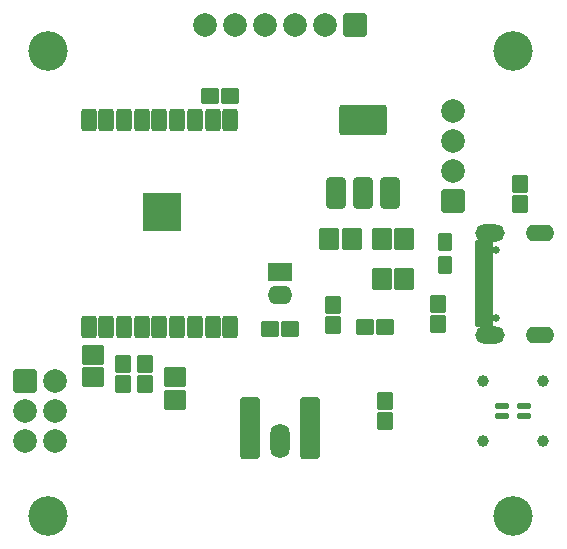
<source format=gts>
G04 #@! TF.GenerationSoftware,KiCad,Pcbnew,6.0.7-f9a2dced07~116~ubuntu20.04.1*
G04 #@! TF.CreationDate,2022-08-17T23:21:15-04:00*
G04 #@! TF.ProjectId,mmwave,6d6d7761-7665-42e6-9b69-6361645f7063,B*
G04 #@! TF.SameCoordinates,Original*
G04 #@! TF.FileFunction,Soldermask,Top*
G04 #@! TF.FilePolarity,Negative*
%FSLAX46Y46*%
G04 Gerber Fmt 4.6, Leading zero omitted, Abs format (unit mm)*
G04 Created by KiCad (PCBNEW 6.0.7-f9a2dced07~116~ubuntu20.04.1) date 2022-08-17 23:21:15*
%MOMM*%
%LPD*%
G01*
G04 APERTURE LIST*
G04 Aperture macros list*
%AMRoundRect*
0 Rectangle with rounded corners*
0 $1 Rounding radius*
0 $2 $3 $4 $5 $6 $7 $8 $9 X,Y pos of 4 corners*
0 Add a 4 corners polygon primitive as box body*
4,1,4,$2,$3,$4,$5,$6,$7,$8,$9,$2,$3,0*
0 Add four circle primitives for the rounded corners*
1,1,$1+$1,$2,$3*
1,1,$1+$1,$4,$5*
1,1,$1+$1,$6,$7*
1,1,$1+$1,$8,$9*
0 Add four rect primitives between the rounded corners*
20,1,$1+$1,$2,$3,$4,$5,0*
20,1,$1+$1,$4,$5,$6,$7,0*
20,1,$1+$1,$6,$7,$8,$9,0*
20,1,$1+$1,$8,$9,$2,$3,0*%
G04 Aperture macros list end*
%ADD10RoundRect,0.200000X-0.800000X0.800000X-0.800000X-0.800000X0.800000X-0.800000X0.800000X0.800000X0*%
%ADD11C,2.000000*%
%ADD12C,0.650000*%
%ADD13RoundRect,0.200000X0.575000X-0.150000X0.575000X0.150000X-0.575000X0.150000X-0.575000X-0.150000X0*%
%ADD14RoundRect,0.200000X0.575000X-0.300000X0.575000X0.300000X-0.575000X0.300000X-0.575000X-0.300000X0*%
%ADD15O,2.400000X1.400000*%
%ADD16O,2.500000X1.450000*%
%ADD17C,3.346400*%
%ADD18RoundRect,0.200000X-0.609600X-1.117600X0.609600X-1.117600X0.609600X1.117600X-0.609600X1.117600X0*%
%ADD19RoundRect,0.200000X-1.800000X-1.100000X1.800000X-1.100000X1.800000X1.100000X-1.800000X1.100000X0*%
%ADD20RoundRect,0.200000X0.650000X0.750000X-0.650000X0.750000X-0.650000X-0.750000X0.650000X-0.750000X0*%
%ADD21C,1.000000*%
%ADD22RoundRect,0.200000X0.500000X-0.550000X0.500000X0.550000X-0.500000X0.550000X-0.500000X-0.550000X0*%
%ADD23RoundRect,0.200000X-0.550000X-0.500000X0.550000X-0.500000X0.550000X0.500000X-0.550000X0.500000X0*%
%ADD24RoundRect,0.200000X-0.635000X-2.413000X0.635000X-2.413000X0.635000X2.413000X-0.635000X2.413000X0*%
%ADD25RoundRect,0.200000X0.750000X-0.650000X0.750000X0.650000X-0.750000X0.650000X-0.750000X-0.650000X0*%
%ADD26RoundRect,0.200000X0.450000X-0.750000X0.450000X0.750000X-0.450000X0.750000X-0.450000X-0.750000X0*%
%ADD27RoundRect,0.200000X1.450000X-1.450000X1.450000X1.450000X-1.450000X1.450000X-1.450000X-1.450000X0*%
%ADD28RoundRect,0.200000X-0.500000X0.550000X-0.500000X-0.550000X0.500000X-0.550000X0.500000X0.550000X0*%
%ADD29RoundRect,0.200000X-0.400000X0.550000X-0.400000X-0.550000X0.400000X-0.550000X0.400000X0.550000X0*%
%ADD30RoundRect,0.080000X0.500000X0.150000X-0.500000X0.150000X-0.500000X-0.150000X0.500000X-0.150000X0*%
%ADD31RoundRect,0.200000X0.550000X0.500000X-0.550000X0.500000X-0.550000X-0.500000X0.550000X-0.500000X0*%
%ADD32RoundRect,0.200000X0.800000X-0.800000X0.800000X0.800000X-0.800000X0.800000X-0.800000X-0.800000X0*%
%ADD33RoundRect,0.200000X-0.650000X-0.750000X0.650000X-0.750000X0.650000X0.750000X-0.650000X0.750000X0*%
%ADD34O,1.670000X2.940000*%
%ADD35RoundRect,0.200000X0.800000X0.800000X-0.800000X0.800000X-0.800000X-0.800000X0.800000X-0.800000X0*%
%ADD36RoundRect,0.200000X-0.850000X0.600000X-0.850000X-0.600000X0.850000X-0.600000X0.850000X0.600000X0*%
%ADD37O,2.100000X1.600000*%
G04 APERTURE END LIST*
D10*
X113030000Y-81915000D03*
D11*
X115570000Y-81915000D03*
X113030000Y-84455000D03*
X115570000Y-84455000D03*
X113030000Y-86995000D03*
X115570000Y-86995000D03*
D12*
X152899997Y-76550000D03*
X152899997Y-70770000D03*
D13*
X151824997Y-74910000D03*
X151824997Y-73910000D03*
X151824997Y-73410000D03*
X151824997Y-72410000D03*
X151824997Y-71910000D03*
X151824997Y-72910000D03*
X151824997Y-74410000D03*
X151824997Y-75410000D03*
D14*
X151824997Y-76860000D03*
X151824997Y-70460000D03*
D15*
X156579997Y-69340000D03*
X156579997Y-77980000D03*
D16*
X152399997Y-69340000D03*
X152399997Y-77980000D03*
D14*
X151824997Y-76060000D03*
X151824997Y-71260000D03*
D17*
X154305000Y-93345000D03*
D18*
X139293600Y-65963800D03*
X141605000Y-65963800D03*
D19*
X141605000Y-59766000D03*
D18*
X143916400Y-65963800D03*
D20*
X145095000Y-73279000D03*
X143195000Y-73279000D03*
D17*
X114935000Y-53975000D03*
D21*
X156855000Y-81905000D03*
X151755000Y-87005000D03*
X151755000Y-81905000D03*
X156855000Y-87005000D03*
D22*
X121285000Y-82130000D03*
X121285000Y-80430000D03*
D23*
X133770000Y-77470000D03*
X135470000Y-77470000D03*
D17*
X114935000Y-93345000D03*
D24*
X132080000Y-85852000D03*
X137160000Y-85852000D03*
D25*
X118745000Y-81595000D03*
X118745000Y-79695000D03*
D22*
X123190000Y-82130000D03*
X123190000Y-80430000D03*
D25*
X125730000Y-83500000D03*
X125730000Y-81600000D03*
D23*
X128690000Y-57785000D03*
X130390000Y-57785000D03*
D26*
X118385000Y-77330000D03*
X119885000Y-77330000D03*
X121385000Y-77330000D03*
X122885000Y-77330000D03*
X124385000Y-77330000D03*
X125885000Y-77330000D03*
X127385000Y-77330000D03*
X128885000Y-77330000D03*
X130385000Y-77330000D03*
X130385000Y-59830000D03*
X128885000Y-59830000D03*
X127385000Y-59830000D03*
X125885000Y-59830000D03*
X124385000Y-59830000D03*
X122885000Y-59830000D03*
X121385000Y-59830000D03*
X119885000Y-59830000D03*
X118385000Y-59830000D03*
D27*
X124585000Y-67620000D03*
D28*
X154940000Y-65190000D03*
X154940000Y-66890000D03*
D17*
X154305000Y-53975000D03*
D29*
X148590000Y-70120000D03*
X148590000Y-72120000D03*
D30*
X155255000Y-84855000D03*
X155255000Y-84055000D03*
X153355000Y-84055000D03*
X153355000Y-84855000D03*
D31*
X143471000Y-77343000D03*
X141771000Y-77343000D03*
D20*
X145095000Y-69850000D03*
X143195000Y-69850000D03*
D32*
X149225000Y-66675000D03*
D11*
X149225000Y-64135000D03*
X149225000Y-61595000D03*
X149225000Y-59055000D03*
D33*
X138750000Y-69850000D03*
X140650000Y-69850000D03*
D22*
X143510000Y-85305000D03*
X143510000Y-83605000D03*
D28*
X139065000Y-75477000D03*
X139065000Y-77177000D03*
D22*
X147955000Y-77050000D03*
X147955000Y-75350000D03*
D34*
X132080000Y-85725000D03*
X134620000Y-86995000D03*
X137160000Y-85725000D03*
D35*
X140970000Y-51752500D03*
D11*
X138430000Y-51752500D03*
X135890000Y-51752500D03*
X133350000Y-51752500D03*
X130810000Y-51752500D03*
X128270000Y-51752500D03*
D36*
X134620000Y-72660000D03*
D37*
X134620000Y-74660000D03*
M02*

</source>
